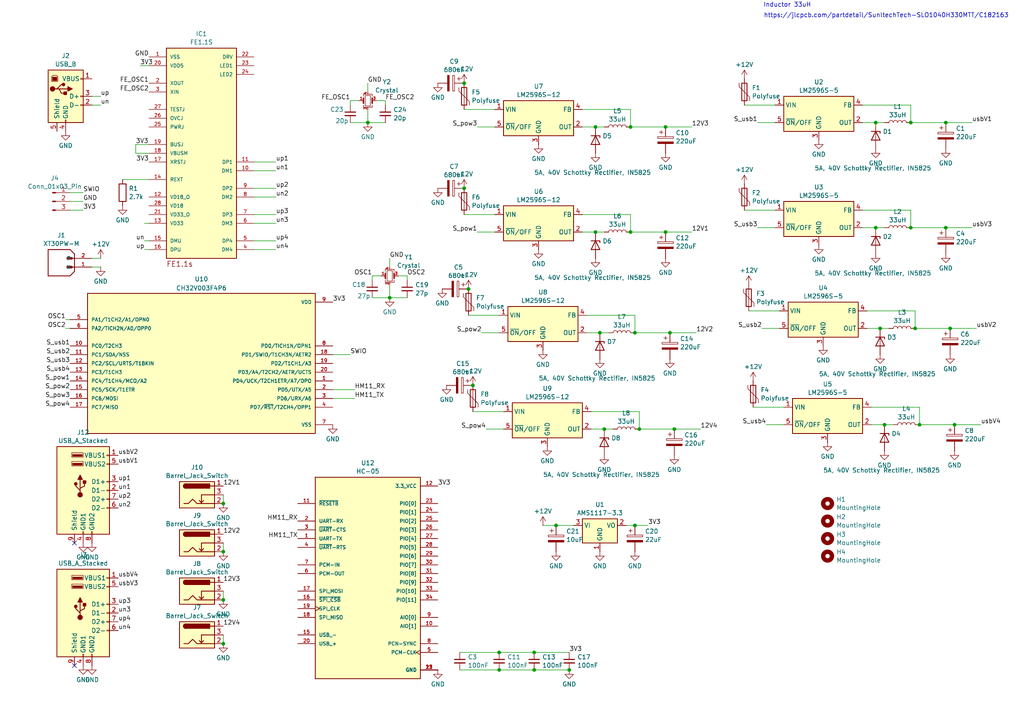
<source format=kicad_sch>
(kicad_sch (version 20231120) (generator "eeschema") (generator_version "8.0")
  (paper "A4")
  (junction (at 184.15 96.52))
  (junction (at 175.26 124.46))
  (junction (at 182.88 67.31))
  (junction (at 195.58 124.46))
  (junction (at 173.99 96.52))
  (junction (at 185.42 124.46))
  (junction (at 182.88 36.83))
  (junction (at 106.68 35.56))
  (junction (at 134.62 54.61))
  (junction (at 275.59 95.25))
  (junction (at 161.29 152.4))
  (junction (at 144.78 194.31))
  (junction (at 137.16 111.76))
  (junction (at 193.04 36.83))
  (junction (at 64.77 146.05))
  (junction (at 64.77 186.69))
  (junction (at 134.62 24.13))
  (junction (at 266.7 123.19))
  (junction (at 255.27 95.25))
  (junction (at 264.16 66.04))
  (junction (at 274.32 35.56))
  (junction (at 154.94 189.23))
  (junction (at 165.1 194.31))
  (junction (at 265.43 95.25))
  (junction (at 276.86 123.19))
  (junction (at 113.03 86.36))
  (junction (at 184.15 152.4))
  (junction (at 154.94 194.31))
  (junction (at 144.78 189.23))
  (junction (at 264.16 35.56))
  (junction (at 256.54 123.19))
  (junction (at 254 35.56))
  (junction (at 274.32 66.04))
  (junction (at 193.04 67.31))
  (junction (at 254 66.04))
  (junction (at 194.31 96.52))
  (junction (at 64.77 173.99))
  (junction (at 64.77 160.02))
  (junction (at 172.72 36.83))
  (junction (at 172.72 67.31))
  (junction (at 135.89 83.82))
  (no_connect (at 21.59 193.04))
  (no_connect (at 21.59 157.48))
  (wire (pts (xy 113.03 86.36) (xy 118.11 86.36)))
  (wire (pts (xy 26.67 30.48) (xy 29.21 30.48)))
  (wire (pts (xy 182.88 67.31) (xy 182.88 62.23)))
  (wire (pts (xy 172.72 67.31) (xy 168.91 67.31)))
  (wire (pts (xy 73.66 54.61) (xy 80.01 54.61)))
  (wire (pts (xy 138.43 67.31) (xy 143.51 67.31)))
  (wire (pts (xy 181.61 152.4) (xy 184.15 152.4)))
  (wire (pts (xy 73.66 49.53) (xy 80.01 49.53)))
  (wire (pts (xy 144.78 194.31) (xy 154.94 194.31)))
  (wire (pts (xy 274.32 35.56) (xy 281.94 35.56)))
  (wire (pts (xy 73.66 72.39) (xy 80.01 72.39)))
  (wire (pts (xy 73.66 69.85) (xy 80.01 69.85)))
  (wire (pts (xy 256.54 35.56) (xy 254 35.56)))
  (wire (pts (xy 64.77 184.15) (xy 64.77 186.69)))
  (wire (pts (xy 101.6 35.56) (xy 106.68 35.56)))
  (wire (pts (xy 172.72 36.83) (xy 168.91 36.83)))
  (wire (pts (xy 264.16 66.04) (xy 274.32 66.04)))
  (wire (pts (xy 264.16 35.56) (xy 274.32 35.56)))
  (wire (pts (xy 137.16 119.38) (xy 146.05 119.38)))
  (wire (pts (xy 64.77 171.45) (xy 64.77 173.99)))
  (wire (pts (xy 250.19 60.96) (xy 264.16 60.96)))
  (wire (pts (xy 276.86 123.19) (xy 284.48 123.19)))
  (wire (pts (xy 20.32 55.88) (xy 24.13 55.88)))
  (wire (pts (xy 254 35.56) (xy 250.19 35.56)))
  (wire (pts (xy 73.66 62.23) (xy 80.01 62.23)))
  (wire (pts (xy 154.94 194.31) (xy 165.1 194.31)))
  (wire (pts (xy 215.9 60.96) (xy 224.79 60.96)))
  (wire (pts (xy 73.66 46.99) (xy 80.01 46.99)))
  (wire (pts (xy 193.04 67.31) (xy 200.66 67.31)))
  (wire (pts (xy 193.04 36.83) (xy 200.66 36.83)))
  (wire (pts (xy 218.44 118.11) (xy 227.33 118.11)))
  (wire (pts (xy 184.15 96.52) (xy 184.15 91.44)))
  (wire (pts (xy 134.62 31.75) (xy 143.51 31.75)))
  (wire (pts (xy 256.54 123.19) (xy 252.73 123.19)))
  (wire (pts (xy 107.95 86.36) (xy 113.03 86.36)))
  (wire (pts (xy 184.15 96.52) (xy 194.31 96.52)))
  (wire (pts (xy 177.8 124.46) (xy 175.26 124.46)))
  (wire (pts (xy 106.68 24.13) (xy 106.68 26.67)))
  (wire (pts (xy 175.26 124.46) (xy 171.45 124.46)))
  (wire (pts (xy 140.97 124.46) (xy 146.05 124.46)))
  (wire (pts (xy 138.43 36.83) (xy 143.51 36.83)))
  (wire (pts (xy 19.05 95.25) (xy 20.32 95.25)))
  (wire (pts (xy 176.53 96.52) (xy 173.99 96.52)))
  (wire (pts (xy 161.29 152.4) (xy 166.37 152.4)))
  (wire (pts (xy 73.66 57.15) (xy 80.01 57.15)))
  (wire (pts (xy 185.42 124.46) (xy 195.58 124.46)))
  (wire (pts (xy 96.52 113.03) (xy 102.87 113.03)))
  (wire (pts (xy 185.42 124.46) (xy 185.42 119.38)))
  (wire (pts (xy 215.9 30.48) (xy 224.79 30.48)))
  (wire (pts (xy 139.7 96.52) (xy 144.78 96.52)))
  (wire (pts (xy 106.68 31.75) (xy 106.68 35.56)))
  (wire (pts (xy 264.16 66.04) (xy 264.16 60.96)))
  (wire (pts (xy 259.08 123.19) (xy 256.54 123.19)))
  (wire (pts (xy 264.16 35.56) (xy 264.16 30.48)))
  (wire (pts (xy 64.77 157.48) (xy 64.77 160.02)))
  (wire (pts (xy 40.64 19.05) (xy 43.18 19.05)))
  (wire (pts (xy 184.15 152.4) (xy 187.96 152.4)))
  (wire (pts (xy 39.37 41.91) (xy 39.37 44.45)))
  (wire (pts (xy 182.88 36.83) (xy 193.04 36.83)))
  (wire (pts (xy 254 66.04) (xy 250.19 66.04)))
  (wire (pts (xy 135.89 91.44) (xy 144.78 91.44)))
  (wire (pts (xy 96.52 102.87) (xy 101.6 102.87)))
  (wire (pts (xy 257.81 95.25) (xy 255.27 95.25)))
  (wire (pts (xy 118.11 80.01) (xy 118.11 81.28)))
  (wire (pts (xy 251.46 90.17) (xy 265.43 90.17)))
  (wire (pts (xy 220.98 95.25) (xy 226.06 95.25)))
  (wire (pts (xy 219.71 35.56) (xy 224.79 35.56)))
  (wire (pts (xy 144.78 189.23) (xy 154.94 189.23)))
  (wire (pts (xy 222.25 123.19) (xy 227.33 123.19)))
  (wire (pts (xy 26.67 77.47) (xy 29.21 77.47)))
  (wire (pts (xy 182.88 67.31) (xy 193.04 67.31)))
  (wire (pts (xy 252.73 118.11) (xy 266.7 118.11)))
  (wire (pts (xy 275.59 95.25) (xy 283.21 95.25)))
  (wire (pts (xy 41.91 69.85) (xy 43.18 69.85)))
  (wire (pts (xy 41.91 64.77) (xy 43.18 64.77)))
  (wire (pts (xy 250.19 30.48) (xy 264.16 30.48)))
  (wire (pts (xy 265.43 95.25) (xy 265.43 90.17)))
  (wire (pts (xy 194.31 96.52) (xy 201.93 96.52)))
  (wire (pts (xy 134.62 62.23) (xy 143.51 62.23)))
  (wire (pts (xy 39.37 41.91) (xy 43.18 41.91)))
  (wire (pts (xy 173.99 96.52) (xy 170.18 96.52)))
  (wire (pts (xy 266.7 123.19) (xy 266.7 118.11)))
  (wire (pts (xy 26.67 74.93) (xy 29.21 74.93)))
  (wire (pts (xy 265.43 95.25) (xy 275.59 95.25)))
  (wire (pts (xy 154.94 189.23) (xy 165.1 189.23)))
  (wire (pts (xy 157.48 152.4) (xy 161.29 152.4)))
  (wire (pts (xy 41.91 72.39) (xy 43.18 72.39)))
  (wire (pts (xy 106.68 35.56) (xy 111.76 35.56)))
  (wire (pts (xy 168.91 62.23) (xy 182.88 62.23)))
  (wire (pts (xy 20.32 60.96) (xy 24.13 60.96)))
  (wire (pts (xy 217.17 90.17) (xy 226.06 90.17)))
  (wire (pts (xy 39.37 44.45) (xy 43.18 44.45)))
  (wire (pts (xy 133.35 189.23) (xy 144.78 189.23)))
  (wire (pts (xy 256.54 66.04) (xy 254 66.04)))
  (wire (pts (xy 175.26 36.83) (xy 172.72 36.83)))
  (wire (pts (xy 170.18 91.44) (xy 184.15 91.44)))
  (wire (pts (xy 107.95 80.01) (xy 110.49 80.01)))
  (wire (pts (xy 96.52 115.57) (xy 102.87 115.57)))
  (wire (pts (xy 113.03 74.93) (xy 113.03 77.47)))
  (wire (pts (xy 133.35 194.31) (xy 144.78 194.31)))
  (wire (pts (xy 219.71 66.04) (xy 224.79 66.04)))
  (wire (pts (xy 111.76 29.21) (xy 111.76 30.48)))
  (wire (pts (xy 168.91 31.75) (xy 182.88 31.75)))
  (wire (pts (xy 19.05 92.71) (xy 20.32 92.71)))
  (wire (pts (xy 171.45 119.38) (xy 185.42 119.38)))
  (wire (pts (xy 20.32 58.42) (xy 24.13 58.42)))
  (wire (pts (xy 107.95 81.28) (xy 107.95 80.01)))
  (wire (pts (xy 113.03 82.55) (xy 113.03 86.36)))
  (wire (pts (xy 195.58 124.46) (xy 203.2 124.46)))
  (wire (pts (xy 175.26 67.31) (xy 172.72 67.31)))
  (wire (pts (xy 266.7 123.19) (xy 276.86 123.19)))
  (wire (pts (xy 255.27 95.25) (xy 251.46 95.25)))
  (wire (pts (xy 64.77 143.51) (xy 64.77 146.05)))
  (wire (pts (xy 26.67 27.94) (xy 29.21 27.94)))
  (wire (pts (xy 101.6 30.48) (xy 101.6 29.21)))
  (wire (pts (xy 274.32 66.04) (xy 281.94 66.04)))
  (wire (pts (xy 73.66 64.77) (xy 80.01 64.77)))
  (wire (pts (xy 182.88 36.83) (xy 182.88 31.75)))
  (wire (pts (xy 109.22 29.21) (xy 111.76 29.21)))
  (wire (pts (xy 115.57 80.01) (xy 118.11 80.01)))
  (wire (pts (xy 35.56 52.07) (xy 43.18 52.07)))
  (wire (pts (xy 101.6 29.21) (xy 104.14 29.21)))
  (text "Inductor 33uH\n" (at 228.346 1.524 0) (effects (font (size 1.27 1.27))))
  (text "https://jlcpcb.com/partdetail/Knscha-RST220UF25V019/C4747974" (at 254 -4.318 0) (effects (font (size 1.27 1.27))))
  (text "https://jlcpcb.com/partdetail/Bhfuse-BSMD2920_20016V/C910841" (at 135.636 -22.606 0) (effects (font (size 1.27 1.27))))
  (text "https://jlcpcb.com/partdetail/SunltechTech-SLO1040H330MTT/C182163" (at 257.048 4.572 0) (effects (font (size 1.27 1.27))))
  (text "Capacitor 680uF" (at 228.6 -16.51 0) (effects (font (size 1.27 1.27))))
  (text "BSMD2920-300-33V\n\nManufacturer\n    BHFUSE\n\nMFR.Part #\n    BSMD2920-300-33V\n\nJLCPCB Part #\n    C18203127" (at 22.352 225.806 0) (effects (font (size 1.27 1.27))))
  (text "BSMD1812-200-30V\n\nManufacturer\n    BHFUSE\n\nMFR.Part #\n    BSMD1812-200-30V\n\nJLCPCB Part #\n    C960026\n\nPackage\n    1812" (at 56.388 228.092 0) (effects (font (size 1.27 1.27))))
  (text "https://jlcpcb.com/partdetail/Twgmc-SS52/C727064" (at 246.888 -20.574 0) (effects (font (size 1.27 1.27))))
  (text "https://jlcpcb.com/partdetail/324082-LM2596S12/C347422" (at 28.956 -21.59 0) (effects (font (size 1.27 1.27))))
  (text "https://jlcpcb.com/partdetail/HTC_Korea_TAEJINTech-LM2596R_50/C77782" (at 35.56 -17.272 0) (effects (font (size 1.27 1.27))))
  (text "https://jlcpcb.com/partdetail/Dmbj-RVT1E681M1010_680UF25V/C976031" (at 256.794 -12.446 0) (effects (font (size 1.27 1.27))))
  (text "Rectifying diode " (at 228.092 -23.876 0) (effects (font (size 1.27 1.27))))
  (text "https://jlcpcb.com/partdetail/TechcodeSemicon-TD2596S50/C7525479" (at 33.782 -12.446 0) (effects (font (size 1.27 1.27))))
  (text "Capacitor 220uF" (at 228.092 -7.62 0) (effects (font (size 1.27 1.27))))
  (text "Resetable fuse" (at 109.728 -24.638 0) (effects (font (size 1.27 1.27))))
  (label "FE_OSC2" (at 43.18 26.67 180))
  (label "S_pow2" (at 20.32 113.03 180))
  (label "12V4" (at 64.77 181.61 0))
  (label "3V3" (at 43.18 46.99 180))
  (label "S_usb1" (at 219.71 35.56 180))
  (label "12V3" (at 64.77 168.91 0))
  (label "SWIO" (at 101.6 102.87 0))
  (label "GND" (at 43.18 16.51 180))
  (label "un3" (at 34.29 177.8 0))
  (label "S_usb1" (at 20.32 100.33 180))
  (label "usbV3" (at 281.94 66.04 0))
  (label "S_usb2" (at 20.32 102.87 180))
  (label "up3" (at 34.29 175.26 0))
  (label "un4" (at 34.29 182.88 0))
  (label "un2" (at 34.29 147.32 0))
  (label "up1" (at 34.29 139.7 0))
  (label "up3" (at 80.01 62.23 0))
  (label "FE_OSC1" (at 43.18 24.13 180))
  (label "S_usb3" (at 20.32 105.41 180))
  (label "usbV2" (at 34.29 132.08 0))
  (label "OSC1" (at 107.95 80.01 180))
  (label "usbV3" (at 34.29 170.18 0))
  (label "OSC2" (at 118.11 80.01 0))
  (label "up4" (at 34.29 180.34 0))
  (label "HM11_RX" (at 86.36 151.13 180))
  (label "S_usb4" (at 222.25 123.19 180))
  (label "GND" (at 113.03 74.93 0))
  (label "up1" (at 80.01 46.99 0))
  (label "SWIO" (at 24.13 55.88 0))
  (label "12V2" (at 64.77 154.94 0))
  (label "HM11_RX" (at 102.87 113.03 0))
  (label "un2" (at 80.01 57.15 0))
  (label "usbV2" (at 283.21 95.25 0))
  (label "3V3" (at 96.52 87.63 0))
  (label "FE_OSC1" (at 101.6 29.21 180))
  (label "HM11_TX" (at 102.87 115.57 0))
  (label "12V1" (at 200.66 67.31 0))
  (label "up4" (at 80.01 69.85 0))
  (label "S_usb4" (at 20.32 107.95 180))
  (label "usbV1" (at 34.29 134.62 0))
  (label "usbV4" (at 284.48 123.19 0))
  (label "un1" (at 80.01 49.53 0))
  (label "OSC2" (at 19.05 95.25 180))
  (label "S_pow3" (at 138.43 36.83 180))
  (label "3V3" (at 40.64 19.05 0))
  (label "S_pow4" (at 20.32 118.11 180))
  (label "S_pow2" (at 139.7 96.52 180))
  (label "GND" (at 106.68 24.13 0))
  (label "S_pow4" (at 140.97 124.46 180))
  (label "S_usb3" (at 219.71 66.04 180))
  (label "3V3" (at 24.13 60.96 0))
  (label "GND" (at 24.13 58.42 0))
  (label "usbV4" (at 34.29 167.64 0))
  (label "S_pow3" (at 20.32 115.57 180))
  (label "12V2" (at 201.93 96.52 0))
  (label "S_usb2" (at 220.98 95.25 180))
  (label "un4" (at 80.01 72.39 0))
  (label "up2" (at 34.29 144.78 0))
  (label "up" (at 29.21 27.94 0))
  (label "un" (at 41.91 69.85 180))
  (label "un" (at 29.21 30.48 0))
  (label "3V3" (at 39.37 41.91 0))
  (label "un3" (at 80.01 64.77 0))
  (label "3V3" (at 127 140.97 0))
  (label "12V4" (at 203.2 124.46 0))
  (label "usbV1" (at 281.94 35.56 0))
  (label "12V1" (at 64.77 140.97 0))
  (label "OSC1" (at 19.05 92.71 180))
  (label "12V3" (at 200.66 36.83 0))
  (label "FE_OSC2" (at 111.76 29.21 0))
  (label "up" (at 41.91 72.39 180))
  (label "S_pow1" (at 20.32 110.49 180))
  (label "up2" (at 80.01 54.61 0))
  (label "HM11_TX" (at 86.36 156.21 180))
  (label "3V3" (at 187.96 152.4 0))
  (label "S_pow1" (at 138.43 67.31 180))
  (label "3V3" (at 165.1 189.23 0))
  (label "un1" (at 34.29 142.24 0))
  (symbol (lib_id "Device:C_Small") (at 107.95 83.82 0) (unit 1)
    (property "Reference" "C18" (at 102.108 82.55 0) (effects (justify left)))
    (property "Value" "27p" (at 103.632 85.852 0) (effects (justify left)))
    (property "Footprint" "Capacitor_SMD:C_0805_2012Metric" (effects (hide yes)))
    (property "Description" "Unpolarized capacitor, small symbol" (effects (hide yes)))
  )
  (symbol (lib_id "Device:L") (at 179.07 36.83 90) (unit 1)
    (property "Reference" "L5" (at 179.07 32.1802 90))
    (property "Value" "33uH" (at 179.07 34.6045 90))
    (property "Footprint" "Inductor_SMD:L_10.4x10.4_H4.8" (effects (hide yes)))
    (property "Description" "Inductor" (effects (hide yes)))
  )
  (symbol (lib_id "FE1.1S:FE1.1S") (at 58.42 44.45 0) (unit 1)
    (property "Reference" "IC1" (at 58.42 9.8255 0))
    (property "Value" "FE1.1S" (at 58.42 12.2498 0))
    (property "Footprint" "fe_usb:FE1.1S_SSOP-28" (effects (hide yes)))
    (property "MF" "terminus" (effects (hide yes)))
    (property "Description_1" "\nUSB 2.0 HIGH SPEED 4-PORT HUB CONTROLLER\n" (effects (hide yes)))
    (property "Package" "None" (effects (hide yes)))
    (property "Price" "None" (effects (hide yes)))
    (property "SnapEDA_Link" "https://www.snapeda.com/parts/FE1.1S/Terminus-Tech/view-part/?ref=snap" (effects (hide yes)))
    (property "MP" "FE1.1S" (effects (hide yes)))
    (property "Availability" "In Stock" (effects (hide yes)))
    (property "Check_prices" "https://www.snapeda.com/parts/FE1.1S/Terminus-Tech/view-part/?ref=eda" (effects (hide yes)))
  )
  (symbol (lib_id "Device:C_Small") (at 154.94 191.77 0) (unit 1)
    (property "Reference" "C13" (at 157.2641 190.5641 0) (effects (justify left)))
    (property "Value" "100nF" (at 157.2641 192.9884 0) (effects (justify left)))
    (property "Footprint" "Capacitor_SMD:C_0805_2012Metric" (effects (hide yes)))
    (property "Description" "Unpolarized capacitor, small symbol" (effects (hide yes)))
  )
  (symbol (lib_id "power:GND") (at 184.15 160.02 0) (unit 1)
    (property "Reference" "#PWR050" (effects (hide yes)))
    (property "Value" "GND" (at 184.15 164.1531 0))
    (property "Description" "Power symbol creates a global label with name \"GND\" , ground" (effects (hide yes)))
  )
  (symbol (lib_id "Connector:Conn_01x03_Pin") (at 15.24 58.42 0) (unit 1)
    (property "Reference" "J4" (at 15.875 51.6593 0))
    (property "Value" "Conn_01x03_Pin" (at 15.875 54.0836 0))
    (property "Footprint" "Connector_PinHeader_2.54mm:PinHeader_1x03_P2.54mm_Vertical" (effects (hide yes)))
    (property "Description" "Generic connector, single row, 01x03, script generated" (effects (hide yes)))
  )
  (symbol (lib_id "Regulator_Switching:LM2596S-5") (at 237.49 33.02 0) (unit 1)
    (property "Reference" "U2" (at 237.49 23.7955 0))
    (property "Value" "LM2596S-5" (at 237.49 26.2198 0))
    (property "Footprint" "Package_TO_SOT_SMD:TO-263-5_TabPin3" (effects (hide yes)))
    (property "Datasheet" "http://www.ti.com/lit/ds/symlink/lm2596.pdf" (effects (hide yes)))
    (property "Description" "5V 3A Step-Down Voltage Regulator, TO-263" (effects (hide yes)))
  )
  (symbol (lib_id "Device:D_Zener") (at 172.72 71.12 270) (unit 1)
    (property "Reference" "D6" (at 174.752 69.9078 90) (effects (justify left)))
    (property "Value" "5A, 40V Schottky Rectifier, IN5825" (at 154.94 80.518 90) (effects (justify left)))
    (property "Footprint" "Diode_SMD:D_SMA" (effects (hide yes)))
    (property "Description" "Zener diode" (effects (hide yes)))
  )
  (symbol (lib_id "power:GND") (at 24.13 157.48 0) (unit 1)
    (property "Reference" "#PWR09" (effects (hide yes)))
    (property "Value" "GND" (at 24.13 161.6131 0))
    (property "Description" "Power symbol creates a global label with name \"GND\" , ground" (effects (hide yes)))
  )
  (symbol (lib_id "power:GND") (at 64.77 160.02 0) (unit 1)
    (property "Reference" "#PWR052" (effects (hide yes)))
    (property "Value" "GND" (at 64.77 164.1531 0))
    (property "Description" "Power symbol creates a global label with name \"GND\" , ground" (effects (hide yes)))
  )
  (symbol (lib_id "power:GND") (at 274.32 73.66 0) (unit 1)
    (property "Reference" "#PWR012" (effects (hide yes)))
    (property "Value" "GND" (at 274.32 77.7931 0))
    (property "Description" "Power symbol creates a global label with name \"GND\" , ground" (effects (hide yes)))
  )
  (symbol (lib_id "power:+12V") (at 137.16 111.76 0) (unit 1)
    (property "Reference" "#PWR038" (effects (hide yes)))
    (property "Value" "+12V" (at 137.16 107.6269 0))
    (property "Description" "Power symbol creates a global label with name \"+12V\"" (effects (hide yes)))
  )
  (symbol (lib_id "Regulator_Switching:LM2596S-12") (at 157.48 93.98 0) (unit 1)
    (property "Reference" "U8" (at 157.48 84.7555 0))
    (property "Value" "LM2596S-12" (at 157.48 87.1798 0))
    (property "Footprint" "Package_TO_SOT_SMD:TO-263-5_TabPin3" (effects (hide yes)))
    (property "Datasheet" "http://www.ti.com/lit/ds/symlink/lm2596.pdf" (effects (hide yes)))
    (property "Description" "12V 3A Step-Down Voltage Regulator, TO-263" (effects (hide yes)))
  )
  (symbol (lib_id "Device:Polyfuse") (at 215.9 57.15 0) (unit 1)
    (property "Reference" "F2" (at 218.059 55.9378 0) (effects (justify left)))
    (property "Value" "Polyfuse" (at 218.059 58.3621 0) (effects (justify left)))
    (property "Footprint" "Fuse:Fuse_1812_4532Metric" (effects (hide yes)))
    (property "Description" "Resettable fuse, polymeric positive temperature coefficient" (effects (hide yes)))
  )
  (symbol (lib_id "HC-05:HC-05") (at 106.68 168.91 0) (unit 1)
    (property "Reference" "U12" (at 106.68 134.2855 0))
    (property "Value" "HC-05" (at 106.68 136.7098 0))
    (property "Footprint" "hc5:XCVR_HC-05" (effects (hide yes)))
    (property "MF" "ITead Studio" (effects (hide yes)))
    (property "Description_1" "\nBluetooth to Serial Port Module\n" (effects (hide yes)))
    (property "Package" "Module ITead Studio" (effects (hide yes)))
    (property "Price" "None" (effects (hide yes)))
    (property "STANDARD" "Manufacturer Recommendations" (effects (hide yes)))
    (property "PARTREV" "v1.0" (effects (hide yes)))
    (property "SnapEDA_Link" "https://www.snapeda.com/parts/HC-05/ITead+Studio/view-part/?ref=snap" (effects (hide yes)))
    (property "MP" "HC-05" (effects (hide yes)))
    (property "Availability" "Not in stock" (effects (hide yes)))
    (property "Check_prices" "https://www.snapeda.com/parts/HC-05/ITead+Studio/view-part/?ref=eda" (effects (hide yes)))
  )
  (symbol (lib_id "Device:C_Polarized") (at 194.31 100.33 0) (unit 1)
    (property "Reference" "C14" (at 197.231 98.2288 0) (effects (justify left)))
    (property "Value" "220uF" (at 197.231 100.6531 0) (effects (justify left)))
    (property "Footprint" "Capacitor_SMD:CP_Elec_6.3x7.7" (effects (hide yes)))
    (property "Description" "Polarized capacitor" (effects (hide yes)))
  )
  (symbol (lib_id "Regulator_Switching:LM2596S-12") (at 158.75 121.92 0) (unit 1)
    (property "Reference" "U9" (at 158.75 112.6955 0))
    (property "Value" "LM2596S-12" (at 158.75 115.1198 0))
    (property "Footprint" "Package_TO_SOT_SMD:TO-263-5_TabPin3" (effects (hide yes)))
    (property "Datasheet" "http://www.ti.com/lit/ds/symlink/lm2596.pdf" (effects (hide yes)))
    (property "Description" "12V 3A Step-Down Voltage Regulator, TO-263" (effects (hide yes)))
  )
  (symbol (lib_id "Device:Polyfuse") (at 215.9 26.67 0) (unit 1)
    (property "Reference" "F1" (at 218.059 25.4578 0) (effects (justify left)))
    (property "Value" "Polyfuse" (at 218.059 27.8821 0) (effects (justify left)))
    (property "Footprint" "Fuse:Fuse_1812_4532Metric" (effects (hide yes)))
    (property "Description" "Resettable fuse, polymeric positive temperature coefficient" (effects (hide yes)))
  )
  (symbol (lib_id "power:GND") (at 237.49 40.64 0) (unit 1)
    (property "Reference" "#PWR04" (effects (hide yes)))
    (property "Value" "GND" (at 237.49 44.7731 0))
    (property "Description" "Power symbol creates a global label with name \"GND\" , ground" (effects (hide yes)))
  )
  (symbol (lib_id "power:+12V") (at 217.17 82.55 0) (unit 1)
    (property "Reference" "#PWR013" (effects (hide yes)))
    (property "Value" "+12V" (at 217.17 78.4169 0))
    (property "Description" "Power symbol creates a global label with name \"+12V\"" (effects (hide yes)))
  )
  (symbol (lib_id "power:GND") (at 96.52 123.19 0) (unit 1)
    (property "Reference" "#PWR059" (effects (hide yes)))
    (property "Value" "GND" (at 96.52 127.3231 0))
    (property "Description" "Power symbol creates a global label with name \"GND\" , ground" (effects (hide yes)))
  )
  (symbol (lib_id "Connector:USB_A_Stacked") (at 24.13 177.8 0) (unit 1)
    (property "Reference" "J3" (at 24.13 160.9555 0))
    (property "Value" "USB_A_Stacked" (at 24.13 163.3798 0))
    (property "Footprint" "Connector_USB:USB_A_CUI_UJ2-ADH-TH_Horizontal_Stacked" (effects (hide yes)))
    (property "Description" "USB Type A connector, stacked" (effects (hide yes)))
  )
  (symbol (lib_id "Mechanical:MountingHole") (at 240.03 156.21 0) (unit 1) (exclude_from_sim yes) (in_bom no)
    (property "Reference" "H3" (at 242.57 154.9978 0) (effects (justify left)))
    (property "Value" "MountingHole" (at 242.57 157.4221 0) (effects (justify left)))
    (property "Footprint" "MountingHole:MountingHole_3.2mm_M3" (effects (hide yes)))
    (property "Description" "Mounting Hole without connection" (effects (hide yes)))
  )
  (symbol (lib_id "Connector:Barrel_Jack_Switch") (at 57.15 184.15 0) (unit 1)
    (property "Reference" "J7" (at 57.15 176.1955 0))
    (property "Value" "Barrel_Jack_Switch" (at 57.15 178.6198 0))
    (property "Footprint" "Connector_BarrelJack:BarrelJack_Horizontal" (effects (hide yes)))
    (property "Description" "DC Barrel Jack with an internal switch" (effects (hide yes)))
  )
  (symbol (lib_id "Device:C_Small") (at 111.76 33.02 0) (unit 1)
    (property "Reference" "C24" (at 114.0841 31.8141 0) (effects (justify left)))
    (property "Value" "20p" (at 114.0841 34.2384 0) (effects (justify left)))
    (property "Footprint" "Capacitor_SMD:C_0805_2012Metric" (effects (hide yes)))
    (property "Description" "Unpolarized capacitor, small symbol" (effects (hide yes)))
  )
  (symbol (lib_id "Device:L") (at 181.61 124.46 90) (unit 1)
    (property "Reference" "L8" (at 181.61 119.8102 90))
    (property "Value" "33uH" (at 181.61 122.2345 90))
    (property "Footprint" "Inductor_SMD:L_10.4x10.4_H4.8" (effects (hide yes)))
    (property "Description" "Inductor" (effects (hide yes)))
  )
  (symbol (lib_id "power:GND") (at 24.13 193.04 0) (unit 1)
    (property "Reference" "#PWR034" (effects (hide yes)))
    (property "Value" "GND" (at 24.13 197.1731 0))
    (property "Description" "Power symbol creates a global label with name \"GND\" , ground" (effects (hide yes)))
  )
  (symbol (lib_id "power:GND") (at 156.21 41.91 0) (unit 1)
    (property "Reference" "#PWR025" (effects (hide yes)))
    (property "Value" "GND" (at 156.21 46.0431 0))
    (property "Description" "Power symbol creates a global label with name \"GND\" , ground" (effects (hide yes)))
  )
  (symbol (lib_id "power:GND") (at 193.04 74.93 0) (unit 1)
    (property "Reference" "#PWR032" (effects (hide yes)))
    (property "Value" "GND" (at 193.04 79.0631 0))
    (property "Description" "Power symbol creates a global label with name \"GND\" , ground" (effects (hide yes)))
  )
  (symbol (lib_id "Connector:USB_B") (at 19.05 27.94 0) (unit 1)
    (property "Reference" "J2" (at 19.05 16.1755 0))
    (property "Value" "USB_B" (at 19.05 18.5998 0))
    (property "Footprint" "Connector_USB:USB_B_OST_USB-B1HSxx_Horizontal" (effects (hide yes)))
    (property "Description" "USB Type B connector" (effects (hide yes)))
  )
  (symbol (lib_id "Connector:Barrel_Jack_Switch") (at 57.15 143.51 0) (unit 1)
    (property "Reference" "J10" (at 57.15 135.5555 0))
    (property "Value" "Barrel_Jack_Switch" (at 57.15 137.9798 0))
    (property "Footprint" "Connector_BarrelJack:BarrelJack_Horizontal" (effects (hide yes)))
    (property "Description" "DC Barrel Jack with an internal switch" (effects (hide yes)))
  )
  (symbol (lib_id "Device:L") (at 260.35 66.04 90) (unit 1)
    (property "Reference" "L2" (at 260.35 61.3902 90))
    (property "Value" "33uH" (at 260.35 63.8145 90))
    (property "Footprint" "Inductor_SMD:L_10.4x10.4_H4.8" (effects (hide yes)))
    (property "Description" "Inductor" (effects (hide yes)))
  )
  (symbol (lib_id "Device:L") (at 180.34 96.52 90) (unit 1)
    (property "Reference" "L7" (at 180.34 91.8702 90))
    (property "Value" "33uH" (at 180.34 94.2945 90))
    (property "Footprint" "Inductor_SMD:L_10.4x10.4_H4.8" (effects (hide yes)))
    (property "Description" "Inductor" (effects (hide yes)))
  )
  (symbol (lib_id "Regulator_Switching:LM2596S-5") (at 240.03 120.65 0) (unit 1)
    (property "Reference" "U5" (at 240.03 111.4255 0))
    (property "Value" "LM2596S-5" (at 240.03 113.8498 0))
    (property "Footprint" "Package_TO_SOT_SMD:TO-263-5_TabPin3" (effects (hide yes)))
    (property "Datasheet" "http://www.ti.com/lit/ds/symlink/lm2596.pdf" (effects (hide yes)))
    (property "Description" "5V 3A Step-Down Voltage Regulator, TO-263" (effects (hide yes)))
  )
  (symbol (lib_id "Connector:Barrel_Jack_Switch") (at 57.15 157.48 0) (unit 1)
    (property "Reference" "J9" (at 57.15 149.5255 0))
    (property "Value" "Barrel_Jack_Switch" (at 57.15 151.9498 0))
    (property "Footprint" "Connector_BarrelJack:BarrelJack_Horizontal" (effects (hide yes)))
    (property "Description" "DC Barrel Jack with an internal switch" (effects (hide yes)))
  )
  (symbol (lib_id "power:GND") (at 128.27 83.82 0) (unit 1)
    (property "Reference" "#PWR014" (effects (hide yes)))
    (property "Value" "GND" (at 128.27 87.9531 0))
    (property "Description" "Power symbol creates a global label with name \"GND\" , ground" (effects (hide yes)))
  )
  (symbol (lib_id "power:GND") (at 172.72 44.45 0) (unit 1)
    (property "Reference" "#PWR026" (effects (hide yes)))
    (property "Value" "GND" (at 172.72 48.5831 0))
    (property "Description" "Power symbol creates a global label with name \"GND\" , ground" (effects (hide yes)))
  )
  (symbol (lib_id "Device:C_Polarized") (at 276.86 127 0) (unit 1)
    (property "Reference" "C8" (at 279.781 124.8988 0) (effects (justify left)))
    (property "Value" "220uF" (at 279.781 127.3231 0) (effects (justify left)))
    (property "Footprint" "Capacitor_SMD:CP_Elec_6.3x7.7" (effects (hide yes)))
    (property "Description" "Polarized capacitor" (effects (hide yes)))
  )
  (symbol (lib_id "power:GND") (at 157.48 101.6 0) (unit 1)
    (property "Reference" "#PWR035" (effects (hide yes)))
    (property "Value" "GND" (at 157.48 105.7331 0))
    (property "Description" "Power symbol creates a global label with name \"GND\" , ground" (effects (hide yes)))
  )
  (symbol (lib_id "power:+12V") (at 135.89 83.82 0) (unit 1)
    (property "Reference" "#PWR033" (effects (hide yes)))
    (property "Value" "+12V" (at 135.89 79.6869 0))
    (property "Description" "Power symbol creates a global label with name \"+12V\"" (effects (hide yes)))
  )
  (symbol (lib_id "power:+12V") (at 157.48 152.4 0) (unit 1)
    (property "Reference" "#PWR057" (effects (hide yes)))
    (property "Value" "+12V" (at 157.48 148.2669 0))
    (property "Description" "Power symbol creates a global label with name \"+12V\"" (effects (hide yes)))
  )
  (symbol (lib_id "power:GND") (at 172.72 74.93 0) (unit 1)
    (property "Reference" "#PWR031" (effects (hide yes)))
    (property "Value" "GND" (at 172.72 79.0631 0))
    (property "Description" "Power symbol creates a global label with name \"GND\" , ground" (effects (hide yes)))
  )
  (symbol (lib_id "power:+12V") (at 134.62 54.61 0) (unit 1)
    (property "Reference" "#PWR028" (effects (hide yes)))
    (property "Value" "+12V" (at 134.62 50.4769 0))
    (property "Description" "Power symbol creates a global label with name \"+12V\"" (effects (hide yes)))
  )
  (symbol (lib_id "Regulator_Switching:LM2596S-12") (at 156.21 34.29 0) (unit 1)
    (property "Reference" "U7" (at 156.21 25.0655 0))
    (property "Value" "LM2596S-12" (at 156.21 27.4898 0))
    (property "Footprint" "Package_TO_SOT_SMD:TO-263-5_TabPin3" (effects (hide yes)))
    (property "Datasheet" "http://www.ti.com/lit/ds/symlink/lm2596.pdf" (effects (hide yes)))
    (property "Description" "12V 3A Step-Down Voltage Regulator, TO-263" (effects (hide yes)))
  )
  (symbol (lib_id "power:GND") (at 127 54.61 0) (unit 1)
    (property "Reference" "#PWR019" (effects (hide yes)))
    (property "Value" "GND" (at 127 58.7431 0))
    (property "Description" "Power symbol creates a global label with name \"GND\" , ground" (effects (hide yes)))
  )
  (symbol (lib_id "Connector:Barrel_Jack_Switch") (at 57.15 171.45 0) (unit 1)
    (property "Reference" "J8" (at 57.15 163.4955 0))
    (property "Value" "Barrel_Jack_Switch" (at 57.15 165.9198 0))
    (property "Footprint" "Connector_BarrelJack:BarrelJack_Horizontal" (effects (hide yes)))
    (property "Description" "DC Barrel Jack with an internal switch" (effects (hide yes)))
  )
  (symbol (lib_id "power:GND") (at 237.49 71.12 0) (unit 1)
    (property "Reference" "#PWR010" (effects (hide yes)))
    (property "Value" "GND" (at 237.49 75.2531 0))
    (property "Description" "Power symbol creates a global label with name \"GND\" , ground" (effects (hide yes)))
  )
  (symbol (lib_id "power:GND") (at 113.03 86.36 0) (unit 1)
    (property "Reference" "#PWR054" (effects (hide yes)))
    (property "Value" "GND" (at 113.03 90.4931 0))
    (property "Description" "Power symbol creates a global label with name \"GND\" , ground" (effects (hide yes)))
  )
  (symbol (lib_id "Device:D_Zener") (at 172.72 40.64 270) (unit 1)
    (property "Reference" "D5" (at 174.752 39.4278 90) (effects (justify left)))
    (property "Value" "5A, 40V Schottky Rectifier, IN5825" (at 154.94 50.038 90) (effects (justify left)))
    (property "Footprint" "Diode_SMD:D_SMA" (effects (hide yes)))
    (property "Description" "Zener diode" (effects (hide yes)))
  )
  (symbol (lib_id "power:GND") (at 64.77 173.99 0) (unit 1)
    (property "Reference" "#PWR045" (effects (hide yes)))
    (property "Value" "GND" (at 64.77 178.1231 0))
    (property "Description" "Power symbol creates a global label with name \"GND\" , ground" (effects (hide yes)))
  )
  (symbol (lib_id "power:GND") (at 175.26 132.08 0) (unit 1)
    (property "Reference" "#PWR041" (effects (hide yes)))
    (property "Value" "GND" (at 175.26 136.2131 0))
    (property "Description" "Power symbol creates a global label with name \"GND\" , ground" (effects (hide yes)))
  )
  (symbol (lib_id "Device:C_Polarized") (at 193.04 40.64 0) (unit 1)
    (property "Reference" "C10" (at 195.961 38.5388 0) (effects (justify left)))
    (property "Value" "220uF" (at 195.961 40.9631 0) (effects (justify left)))
    (property "Footprint" "Capacitor_SMD:CP_Elec_6.3x7.7" (effects (hide yes)))
    (property "Description" "Polarized capacitor" (effects (hide yes)))
  )
  (symbol (lib_id "Device:C_Polarized") (at 195.58 128.27 0) (unit 1)
    (property "Reference" "C16" (at 198.501 126.1688 0) (effects (justify left)))
    (property "Value" "220uF" (at 198.501 128.5931 0) (effects (justify left)))
    (property "Footprint" "Capacitor_SMD:CP_Elec_6.3x7.7" (effects (hide yes)))
    (property "Description" "Polarized capacitor" (effects (hide yes)))
  )
  (symbol (lib_id "power:GND") (at 274.32 43.18 0) (unit 1)
    (property "Reference" "#PWR06" (effects (hide yes)))
    (property "Value" "GND" (at 274.32 47.3131 0))
    (property "Description" "Power symbol creates a global label with name \"GND\" , ground" (effects (hide yes)))
  )
  (symbol (lib_id "power:+12V") (at 134.62 24.13 0) (unit 1)
    (property "Reference" "#PWR023" (effects (hide yes)))
    (property "Value" "+12V" (at 134.62 19.9969 0))
    (property "Description" "Power symbol creates a global label with name \"+12V\"" (effects (hide yes)))
  )
  (symbol (lib_id "Device:C_Polarized") (at 184.15 156.21 0) (unit 1)
    (property "Reference" "C20" (at 187.071 154.1088 0) (effects (justify left)))
    (property "Value" "22uF" (at 187.071 156.5331 0) (effects (justify left)))
    (property "Footprint" "Capacitor_SMD:CP_Elec_4x4.5" (effects (hide yes)))
    (property "Description" "Polarized capacitor" (effects (hide yes)))
  )
  (symbol (lib_id "power:GND") (at 238.76 100.33 0) (unit 1)
    (property "Reference" "#PWR015" (effects (hide yes)))
    (property "Value" "GND" (at 238.76 104.4631 0))
    (property "Description" "Power symbol creates a global label with name \"GND\" , ground" (effects (hide yes)))
  )
  (symbol (lib_id "Device:C_Polarized") (at 275.59 99.06 0) (unit 1)
    (property "Reference" "C6" (at 278.511 96.9588 0) (effects (justify left)))
    (property "Value" "220uF" (at 278.511 99.3831 0) (effects (justify left)))
    (property "Footprint" "Capacitor_SMD:CP_Elec_6.3x7.7" (effects (hide yes)))
    (property "Description" "Polarized capacitor" (effects (hide yes)))
  )
  (symbol (lib_id "Device:D_Zener") (at 255.27 99.06 270) (unit 1)
    (property "Reference" "D3" (at 257.302 97.8478 90) (effects (justify left)))
    (property "Value" "5A, 40V Schottky Rectifier, IN5825" (at 237.49 108.458 90) (effects (justify left)))
    (property "Footprint" "Diode_SMD:D_SMA" (effects (hide yes)))
    (property "Description" "Zener diode" (effects (hide yes)))
  )
  (symbol (lib_id "Connector:USB_A_Stacked") (at 24.13 142.24 0) (unit 1)
    (property "Reference" "J12" (at 24.13 125.3955 0))
    (property "Value" "USB_A_Stacked" (at 24.13 127.8198 0))
    (property "Footprint" "Connector_USB:USB_A_CUI_UJ2-ADH-TH_Horizontal_Stacked" (effects (hide yes)))
    (property "Description" "USB Type A connector, stacked" (effects (hide yes)))
  )
  (symbol (lib_id "power:GND") (at 158.75 129.54 0) (unit 1)
    (property "Reference" "#PWR040" (effects (hide yes)))
    (property "Value" "GND" (at 158.75 133.6731 0))
    (property "Description" "Power symbol creates a global label with name \"GND\" , ground" (effects (hide yes)))
  )
  (symbol (lib_id "Regulator_Switching:LM2596S-5") (at 237.49 63.5 0) (unit 1)
    (property "Reference" "U3" (at 237.49 54.2755 0))
    (property "Value" "LM2596S-5" (at 237.49 56.6998 0))
    (property "Footprint" "Package_TO_SOT_SMD:TO-263-5_TabPin3" (effects (hide yes)))
    (property "Datasheet" "http://www.ti.com/lit/ds/symlink/lm2596.pdf" (effects (hide yes)))
    (property "Description" "5V 3A Step-Down Voltage Regulator, TO-263" (effects (hide yes)))
  )
  (symbol (lib_id "Device:C_Polarized") (at 274.32 39.37 0) (unit 1)
    (property "Reference" "C1" (at 277.241 37.2688 0) (effects (justify left)))
    (property "Value" "220uF" (at 277.241 39.6931 0) (effects (justify left)))
    (property "Footprint" "Capacitor_SMD:CP_Elec_6.3x7.7" (effects (hide yes)))
    (property "Description" "Polarized capacitor" (effects (hide yes)))
  )
  (symbol (lib_id "power:GND") (at 127 194.31 0) (unit 1)
    (property "Reference" "#PWR046" (effects (hide yes)))
    (property "Value" "GND" (at 127 198.4431 0))
    (property "Description" "Power symbol creates a global label with name \"GND\" , ground" (effects (hide yes)))
  )
  (symbol (lib_id "power:+12V") (at 218.44 110.49 0) (unit 1)
    (property "Reference" "#PWR018" (effects (hide yes)))
    (property "Value" "+12V" (at 218.44 106.3569 0))
    (property "Description" "Power symbol creates a global label with name \"+12V\"" (effects (hide yes)))
  )
  (symbol (lib_id "power:+12V") (at 215.9 53.34 0) (unit 1)
    (property "Reference" "#PWR08" (effects (hide yes)))
    (property "Value" "+12V" (at 215.9 49.2069 0))
    (property "Description" "Power symbol creates a global label with name \"+12V\"" (effects (hide yes)))
  )
  (symbol (lib_id "power:GND") (at 165.1 194.31 0) (unit 1)
    (property "Reference" "#PWR053" (effects (hide yes)))
    (property "Value" "GND" (at 165.1 198.4431 0))
    (property "Description" "Power symbol creates a global label with name \"GND\" , ground" (effects (hide yes)))
  )
  (symbol (lib_id "XT30PW-M:XT30PW-M") (at 21.59 74.93 0) (unit 1)
    (property "Reference" "J1" (at 17.78 68.2455 0))
    (property "Value" "XT30PW-M" (at 17.78 70.6698 0))
    (property "Footprint" "Connector_AMASS:AMASS_XT30PW-M_1x02_P2.50mm_Horizontal" (effects (hide yes)))
    (property "MF" "AMASS" (effects (hide yes)))
    (property "MAXIMUM_PACKAGE_HEIGHT" "5 mm" (effects (hide yes)))
    (property "Package" "None" (effects (hide yes)))
    (property "Price" "None" (effects (hide yes)))
    (property "Check_prices" "https://www.snapeda.com/parts/XT30PW-M/AMASS/view-part/?ref=eda" (effects (hide yes)))
    (property "STANDARD" "Manufacturer Recommendations" (effects (hide yes)))
    (property "PARTREV" "1.2" (effects (hide yes)))
    (property "SnapEDA_Link" "https://www.snapeda.com/parts/XT30PW-M/AMASS/view-part/?ref=snap" (effects (hide yes)))
    (property "MP" "XT30PW-M" (effects (hide yes)))
    (property "Description_1" "\nSocket; DC supply; XT30; male; PIN: 2; on PCBs; THT; Colour: yellow\n" (effects (hide yes)))
    (property "MANUFACTURER" "Amass" (effects (hide yes)))
    (property "Availability" "Not in stock" (effects (hide yes)))
    (property "SNAPEDA_PN" "XT30PW-M" (effects (hide yes)))
  )
  (symbol (lib_id "power:GND") (at 194.31 104.14 0) (unit 1)
    (property "Reference" "#PWR037" (effects (hide yes)))
    (property "Value" "GND" (at 194.31 108.2731 0))
    (property "Description" "Power symbol creates a global label with name \"GND\" , ground" (effects (hide yes)))
  )
  (symbol (lib_id "Device:C_Polarized") (at 161.29 156.21 0) (unit 1)
    (property "Reference" "C21" (at 164.211 154.1088 0) (effects (justify left)))
    (property "Value" "10uF" (at 164.211 156.5331 0) (effects (justify left)))
    (property "Footprint" "Capacitor_SMD:CP_Elec_4x4.5" (effects (hide yes)))
    (property "Description" "Polarized capacitor" (effects (hide yes)))
  )
  (symbol (lib_id "Mechanical:MountingHole") (at 240.03 161.29 0) (unit 1) (exclude_from_sim yes) (in_bom no)
    (property "Reference" "H4" (at 242.57 160.0778 0) (effects (justify left)))
    (property "Value" "MountingHole" (at 242.57 162.5021 0) (effects (justify left)))
    (property "Footprint" "MountingHole:MountingHole_3.2mm_M3" (effects (hide yes)))
    (property "Description" "Mounting Hole without connection" (effects (hide yes)))
  )
  (symbol (lib_id "Mechanical:MountingHole") (at 240.03 146.05 0) (unit 1) (exclude_from_sim yes) (in_bom no)
    (property "Reference" "H1" (at 242.57 144.8378 0) (effects (justify left)))
    (property "Value" "MountingHole" (at 242.57 147.2621 0) (effects (justify left)))
    (property "Footprint" "MountingHole:MountingHole_3.2mm_M3" (effects (hide yes)))
    (property "Description" "Mounting Hole without connection" (effects (hide yes)))
  )
  (symbol (lib_id "Device:Polyfuse") (at 135.89 87.63 0) (unit 1)
    (property "Reference" "F7" (at 138.049 86.4178 0) (effects (justify left)))
    (property "Value" "Polyfuse" (at 138.049 88.8421 0) (effects (justify left)))
    (property "Footprint" "Fuse:Fuse_2920_7451Metric" (effects (hide yes)))
    (property "Description" "Resettable fuse, polymeric positive temperature coefficient" (effects (hide yes)))
  )
  (symbol (lib_id "power:GND") (at 173.99 160.02 0) (unit 1)
    (property "Reference" "#PWR049" (effects (hide yes)))
    (property "Value" "GND" (at 173.99 164.1531 0))
    (property "Description" "Power symbol creates a global label with name \"GND\" , ground" (effects (hide yes)))
  )
  (symbol (lib_id "Device:C_Polarized") (at 193.04 71.12 0) (unit 1)
    (property "Reference" "C12" (at 195.961 69.0188 0) (effects (justify left)))
    (property "Value" "220uF" (at 195.961 71.4431 0) (effects (justify left)))
    (property "Footprint" "Capacitor_SMD:CP_Elec_6.3x7.7" (effects (hide yes)))
    (property "Description" "Polarized capacitor" (effects (hide yes)))
  )
  (symbol (lib_id "Device:C_Small") (at 101.6 33.02 0) (unit 1)
    (property "Reference" "C23" (at 95.758 31.75 0) (effects (justify left)))
    (property "Value" "20p" (at 97.282 35.052 0) (effects (justify left)))
    (property "Footprint" "Capacitor_SMD:C_0805_2012Metric" (effects (hide yes)))
    (property "Description" "Unpolarized capacitor, small symbol" (effects (hide yes)))
  )
  (symbol (lib_id "power:GND") (at 156.21 72.39 0) (unit 1)
    (property "Reference" "#PWR030" (effects (hide yes)))
    (property "Value" "GND" (at 156.21 76.5231 0))
    (property "Description" "Power symbol creates a global label with name \"GND\" , ground" (effects (hide yes)))
  )
  (symbol (lib_id "power:GND") (at 129.54 111.76 0) (unit 1)
    (property "Reference" "#PWR039" (effects (hide yes)))
    (property "Value" "GND" (at 129.54 115.8931 0))
    (property "Description" "Power symbol creates a global label with name \"GND\" , ground" (effects (hide yes)))
  )
  (symbol (lib_id "Device:C_Polarized") (at 274.32 69.85 0) (unit 1)
    (property "Reference" "C4" (at 277.241 67.7488 0) (effects (justify left)))
    (property "Value" "220uF" (at 277.241 70.1731 0) (effects (justify left)))
    (property "Footprint" "Capacitor_SMD:CP_Elec_6.3x7.7" (effects (hide yes)))
    (property "Description" "Polarized capacitor" (effects (hide yes)))
  )
  (symbol (lib_id "power:GND") (at 26.67 157.48 0) (unit 1)
    (property "Reference" "#PWR029" (effects (hide yes)))
    (property "Value" "GND" (at 26.67 161.6131 0))
    (property "Description" "Power symbol creates a global label with name \"GND\" , ground" (effects (hide yes)))
  )
  (symbol (lib_id "power:GND") (at 64.77 186.69 0) (unit 1)
    (property "Reference" "#PWR044" (effects (hide yes)))
    (property "Value" "GND" (at 64.77 190.8231 0))
    (property "Description" "Power symbol creates a global label with name \"GND\" , ground" (effects (hide yes)))
  )
  (symbol (lib_id "Device:Polyfuse") (at 134.62 27.94 0) (unit 1)
    (property "Reference" "F5" (at 136.779 26.7278 0) (effects (justify left)))
    (property "Value" "Polyfuse" (at 136.779 29.1521 0) (effects (justify left)))
    (property "Footprint" "Fuse:Fuse_2920_7451Metric" (effects (hide yes)))
    (property "Description" "Resettable fuse, polymeric positive temperature coefficient" (effects (hide yes)))
  )
  (symbol (lib_id "Device:Polyfuse") (at 217.17 86.36 0) (unit 1)
    (property "Reference" "F3" (at 219.329 85.1478 0) (effects (justify left)))
    (property "Value" "Polyfuse" (at 219.329 87.5721 0) (effects (justify left)))
    (property "Footprint" "Fuse:Fuse_1812_4532Metric" (effects (hide yes)))
    (property "Description" "Resettable fuse, polymeric positive temperature coefficient" (effects (hide yes)))
  )
  (symbol (lib_id "Device:Polyfuse") (at 218.44 114.3 0) (unit 1)
    (property "Reference" "F4" (at 220.599 113.0878 0) (effects (justify left)))
    (property "Value" "Polyfuse" (at 220.599 115.5121 0) (effects (justify left)))
    (property "Footprint" "Fuse:Fuse_1812_4532Metric" (effects (hide yes)))
    (property "Description" "Resettable fuse, polymeric positive temperature coefficient" (effects (hide yes)))
  )
  (symbol (lib_id "Device:C_Polarized") (at 130.81 24.13 270) (unit 1)
    (property "Reference" "C9" (at 131.699 17.8265 90))
    (property "Value" "680uF" (at 131.699 20.2508 90))
    (property "Footprint" "Capacitor_SMD:CP_Elec_10x10.5" (effects (hide yes)))
    (property "Description" "Polarized capacitor" (effects (hide yes)))
  )
  (symbol (lib_id "Device:C_Polarized") (at 132.08 83.82 270) (unit 1)
    (property "Reference" "C5" (at 132.969 77.5165 90))
    (property "Value" "680uF" (at 132.969 79.9408 90))
    (property "Footprint" "Capacitor_SMD:CP_Elec_10x10.5" (effects (hide yes)))
    (property "Description" "Polarized capacitor" (effects (hide yes)))
  )
  (symbol (lib_id "Device:L") (at 260.35 35.56 90) (unit 1)
    (property "Reference" "L1" (at 260.35 30.9102 90))
    (property "Value" "33uH" (at 260.35 33.3345 90))
    (property "Footprint" "Inductor_SMD:L_10.4x10.4_H4.8" (effects (hide yes)))
    (property "Description" "Inductor" (effects (hide yes)))
  )
  (symbol (lib_id "power:GND") (at 173.99 104.14 0) (unit 1)
    (property "Reference" "#PWR036" (effects (hide yes)))
    (property "Value" "GND" (at 173.99 108.2731 0))
    (property "Description" "Power symbol creates a global label with name \"GND\" , ground" (effects (hide yes)))
  )
  (symbol (lib_id "Device:L") (at 179.07 67.31 90) (unit 1)
    (property "Reference" "L6" (at 179.07 62.6602 90))
    (property "Value" "33uH" (at 179.07 65.0845 90))
    (property "Footprint" "Inductor_SMD:L_10.4x10.4_H4.8" (effects (hide yes)))
    (property "Description" "Inductor" (effects (hide yes)))
  )
  (symbol (lib_id "Device:L") (at 262.89 123.19 90) (unit 1)
    (property "Reference" "L4" (at 262.89 118.5402 90))
    (property "Value" "33uH" (at 262.89 120.9645 90))
    (property "Footprint" "Inductor_SMD:L_10.4x10.4_H4.8" (effects (hide yes)))
    (property "Description" "Inductor" (effects (hide yes)))
  )
  (symbol (lib_id "power:GND") (at 64.77 146.05 0) (unit 1)
    (property "Reference" "#PWR047" (effects (hide yes)))
    (property "Value" "GND" (at 64.77 150.1831 0))
    (property "Description" "Power symbol creates a global label with name \"GND\" , ground" (effects (hide yes)))
  )
  (symbol (lib_id "power:+12V") (at 215.9 22.86 0) (unit 1)
    (property "Reference" "#PWR03" (effects (hide yes)))
    (property "Value" "+12V" (at 215.9 18.7269 0))
    (property "Description" "Power symbol creates a global label with name \"+12V\"" (effects (hide yes)))
  )
  (symbol (lib_id "power:GND") (at 26.67 193.04 0) (unit 1)
    (property "Reference" "#PWR043" (effects (hide yes)))
    (property "Value" "GND" (at 26.67 197.1731 0))
    (property "Description" "Power symbol creates a global label with name \"GND\" , ground" (effects (hide yes)))
  )
  (symbol (lib_id "Device:C_Small") (at 133.35 191.77 0) (unit 1)
    (property "Reference" "C3" (at 135.6741 190.5641 0) (effects (justify left)))
    (property "Value" "100nF" (at 135.6741 192.9884 0) (effects (justify left)))
    (property "Footprint" "Capacitor_SMD:C_0805_2012Metric" (effects (hide yes)))
    (property "Description" "Unpolarized capacitor, small symbol" (effects (hide yes)))
  )
  (symbol (lib_id "power:GND") (at 254 73.66 0) (unit 1)
    (property "Reference" "#PWR011" (effects (hide yes)))
    (property "Value" "GND" (at 254 77.7931 0))
    (property "Description" "Power symbol creates a global label with name \"GND\" , ground" (effects (hide yes)))
  )
  (symbol (lib_id "power:GND") (at 275.59 102.87 0) (unit 1)
    (property "Reference" "#PWR017" (effects (hide yes)))
    (property "Value" "GND" (at 275.59 107.0031 0))
    (property "Description" "Power symbol creates a global label with name \"GND\" , ground" (effects (hide yes)))
  )
  (symbol (lib_id "Device:C_Small") (at 165.1 191.77 0) (unit 1)
    (property "Reference" "C17" (at 167.4241 190.5641 0) (effects (justify left)))
    (property "Value" "100nF" (at 167.4241 192.9884 0) (effects (justify left)))
    (property "Footprint" "Capacitor_SMD:C_0805_2012Metric" (effects (hide yes)))
    (property "Description" "Unpolarized capacitor, small symbol" (effects (hide yes)))
  )
  (symbol (lib_id "Mechanical:MountingHole") (at 240.03 151.13 0) (unit 1) (exclude_from_sim yes) (in_bom no)
    (property "Reference" "H2" (at 242.57 149.9178 0) (effects (justify left)))
    (property "Value" "MountingHole" (at 242.57 152.3421 0) (effects (justify left)))
    (property "Footprint" "MountingHole:MountingHole_3.2mm_M3" (effects (hide yes)))
    (property "Description" "Mounting Hole without connection" (effects (hide yes)))
  )
  (symbol (lib_id "power:GND") (at 254 43.18 0) (unit 1)
    (property "Reference" "#PWR05" (effects (hide yes)))
    (property "Value" "GND" (at 254 47.3131 0))
    (property "Description" "Power symbol creates a global label with name \"GND\" , ground" (effects (hide yes)))
  )
  (symbol (lib_id "power:GND") (at 127 24.13 0) (unit 1)
    (property "Reference" "#PWR024" (effects (hide yes)))
    (property "Value" "GND" (at 127 28.2631 0))
    (property "Description" "Power symbol creates a global label with name \"GND\" , ground" (effects (hide yes)))
  )
  (symbol (lib_id "power:GND") (at 106.68 35.56 0) (unit 1)
    (property "Reference" "#PWR060" (effects (hide yes)))
    (property "Value" "GND" (at 106.68 39.6931 0))
    (property "Description" "Power symbol creates a global label with name \"GND\" , ground" (effects (hide yes)))
  )
  (symbol (lib_id "Regulator_Switching:LM2596S-12") (at 156.21 64.77 0) (unit 1)
    (property "Reference" "U6" (at 156.21 55.5455 0))
    (property "Value" "LM2596S-12" (at 156.21 57.9698 0))
    (property "Footprint" "Package_TO_SOT_SMD:TO-263-5_TabPin3" (effects (hide yes)))
    (property "Datasheet" "http://www.ti.com/lit/ds/symlink/lm2596.pdf" (effects (hide yes)))
    (property "Description" "12V 3A Step-Down Voltage Regulator, TO-263" (effects (hide yes)))
  )
  (symbol (lib_id "power:GND") (at 193.04 44.45 0) (unit 1)
    (property "Reference" "#PWR027" (effects (hide yes)))
    (property "Value" "GND" (at 193.04 48.5831 0))
    (property "Description" "Power symbol creates a global label with name \"GND\" , ground" (effects (hide yes)))
  )
  (symbol (lib_id "power:GND") (at 276.86 130.81 0) (unit 1)
    (property "Reference" "#PWR022" (effects (hide yes)))
    (property "Value" "GND" (at 276.86 134.9431 0))
    (property "Description" "Power symbol creates a global label with name \"GND\" , ground" (effects (hide yes)))
  )
  (symbol (lib_id "CH32V003F4P6:CH32V003F4P6") (at 58.42 105.41 0) (unit 1)
    (property "Reference" "U10" (at 58.42 80.9455 0))
    (property "Value" "CH32V003F4P6" (at 58.42 83.566 0))
    (property "Footprint" "fe_usb:SOP65P640X121-20N" (effects (hide yes)))
    (property "MF" "WCH" (effects (hide yes)))
    (property "MAXIMUM_PACKAGE_HEIGHT" "1.21mm" (effects (hide yes)))
    (property "Package" "Package" (effects (hide yes)))
    (property "Price" "None" (effects (hide yes)))
    (property "Check_prices" "https://www.snapeda.com/parts/CH32V003F4P6/WCH/view-part/?ref=eda" (effects (hide yes)))
    (property "STANDARD" "IPC-7351B" (effects (hide yes)))
    (property "PARTREV" "1.4" (effects (hide yes)))
    (property "SnapEDA_Link" "https://www.snapeda.com/parts/CH32V003F4P6/WCH/view-part/?ref=snap" (effects (hide yes)))
    (property "MP" "CH32V003F4P6" (effects (hide yes)))
    (property "Description_1" "\nIndustrial-grade general-purpose microcontroller\n" (effects (hide yes)))
    (property "Availability" "Not in stock" (effects (hide yes)))
    (property "MANUFACTURER" "WCH" (effects (hide yes)))
  )
  (symbol (lib_id "power:GND") (at 161.29 160.02 0) (unit 1)
    (property "Reference" "#PWR048" (effects (hide yes)))
    (property "Value" "GND" (at 161.29 164.1531 0))
    (property "Description" "Power symbol creates a global label with name \"GND\" , ground" (effects (hide yes)))
  )
  (symbol (lib_id "Device:Polyfuse") (at 134.62 58.42 0) (unit 1)
    (property "Reference" "F6" (at 136.779 57.2078 0) (effects (justify left)))
    (property "Value" "Polyfuse" (at 136.779 59.6321 0) (effects (justify left)))
    (property "Footprint" "Fuse:Fuse_2920_7451Metric" (effects (hide yes)))
    (property "Description" "Resettable fuse, polymeric positive temperature coefficient" (effects (hide yes)))
  )
  (symbol (lib_id "Device:D_Zener") (at 256.54 127 270) (unit 1)
    (property "Reference" "D4" (at 258.572 125.7878 90) (effects (justify left)))
    (property "Value" "5A, 40V Schottky Rectifier, IN5825" (at 238.76 136.398 90) (effects (justify left)))
    (property "Footprint" "Diode_SMD:D_SMA" (effects (hide yes)))
    (property "Description" "Zener diode" (effects (hide yes)))
  )
  (symbol (lib_id "Regulator_Linear:AMS1117-3.3") (at 173.99 152.4 0) (unit 1)
    (property "Reference" "U1" (at 173.99 146.3505 0))
    (property "Value" "AMS1117-3.3" (at 173.99 148.7748 0))
    (property "Footprint" "Package_TO_SOT_SMD:SOT-223-3_TabPin2" (effects (hide yes)))
    (property "Datasheet" "http://www.advanced-monolithic.com/pdf/ds1117.pdf" (effects (hide yes)))
    (property "Description" "1A Low Dropout regulator, positive, 3.3V fixed output, SOT-223" (effects (hide yes)))
  )
  (symbol (lib_id "Device:D_Zener") (at 254 39.37 270) (unit 1)
    (property "Reference" "D1" (at 256.032 38.1578 90) (effects (justify left)))
    (property "Value" "5A, 40V Schottky Rectifier, IN5825" (at 236.22 48.768 90) (effects (justify left)))
    (property "Footprint" "Diode_SMD:D_SMA" (effects (hide yes)))
    (property "Description" "Zener diode" (effects (hide yes)))
  )
  (symbol (lib_id "Device:C_Polarized") (at 130.81 54.61 270) (unit 1)
    (property "Reference" "C7" (at 131.699 48.3065 90))
    (property "Value" "680uF" (at 131.699 50.7308 90))
    (property "Footprint" "Capacitor_SMD:CP_Elec_10x10.5" (effects (hide yes)))
    (property "Description" "Polarized capacitor" (effects (hide yes)))
  )
  (symbol (lib_id "Device:Polyfuse") (at 137.16 115.57 0) (unit 1)
    (property "Reference" "F8" (at 139.319 114.3578 0) (effects (justify left)))
    (property "Value" "Polyfuse" (at 139.319 116.7821 0) (effects (justify left)))
    (property "Footprint" "Fuse:Fuse_2920_7451Metric" (effects (hide yes)))
    (property "Description" "Resettable fuse, polymeric positive temperature coefficient" (effects (hide yes)))
  )
  (symbol (lib_id "Device:D_Zener") (at 173.99 100.33 270) (unit 1)
    (property "Reference" "D7" (at 176.022 99.1178 90) (effects (justify left)))
    (property "Value" "5A, 40V Schottky Rectifier, IN5825" (at 156.21 109.728 90) (effects (justify left)))
    (property "Footprint" "Diode_SMD:D_SMA" (effects (hide yes)))
    (property "Description" "Zener diode" (effects (hide yes)))
  )
  (symbol (lib_id "power:GND") (at 19.05 38.1 0) (unit 1)
    (property "Reference" "#PWR07" (effects (hide yes)))
    (property "Value" "GND" (at 19.05 42.2331 0))
    (property "Description" "Power symbol creates a global label with name \"GND\" , ground" (effects (hide yes)))
  )
  (symbol (lib_id "Device:Crystal_GND24_Small") (at 106.68 29.21 0) (unit 1)
    (property "Reference" "Y2" (at 112.1826 23.7634 0))
    (property "Value" "Crystal" (at 112.1826 26.1877 0))
    (property "Footprint" "Crystal:Crystal_SMD_2520-4Pin_2.5x2.0mm" (effects (hide yes)))
    (property "Datasheet" "TAXM12M4RLBDDT2T" (effects (hide yes)))
    (property "Description" "Four pin crystal, GND on pins 2 and 4, small symbol" (effects (hide yes)))
  )
  (symbol (lib_id "Regulator_Switching:LM2596S-5") (at 238.76 92.71 0) (unit 1)
    (property "Reference" "U4" (at 238.76 83.4855 0))
    (property "Value" "LM2596S-5" (at 238.76 85.9098 0))
    (property "Footprint" "Package_TO_SOT_SMD:TO-263-5_TabPin3" (effects (hide yes)))
    (property "Datasheet" "http://www.ti.com/lit/ds/symlink/lm2596.pdf" (effects (hide yes)))
    (property "Description" "5V 3A Step-Down Voltage Regulator, TO-263" (effects (hide yes)))
  )
  (symbol (lib_id "power:GND") (at 35.56 59.69 0) (unit 1)
    (property "Reference" "#PWR061" (effects (hide yes)))
    (property "Value" "GND" (at 35.56 63.8231 0))
    (property "Description" "Power symbol creates a global label with name \"GND\" , ground" (effects (hide yes)))
  )
  (symbol (lib_id "Device:C_Polarized") (at 133.35 111.76 270) (unit 1)
    (property "Reference" "C15" (at 134.239 105.4565 90))
    (property "Value" "680uF" (at 134.239 107.8808 90))
    (property "Footprint" "Capacitor_SMD:CP_Elec_10x10.5" (effects (hide yes)))
    (property "Description" "Polarized capacitor" (effects (hide yes)))
  )
  (symbol (lib_id "Device:C_Small") (at 118.11 83.82 0) (unit 1)
    (property "Reference" "C19" (at 120.4341 82.6141 0) (effects (justify left)))
    (property "Value" "27p" (at 120.4341 85.0384 0) (effects (justify left)))
    (property "Footprint" "Capacitor_SMD:C_0805_2012Metric" (effects (hide yes)))
    (property "Description" "Unpolarized capacitor, small symbol" (effects (hide yes)))
  )
  (symbol (lib_id "Device:R") (at 35.56 55.88 0) (unit 1)
    (property "Reference" "R1" (at 37.338 54.6678 0) (effects (justify left)))
    (property "Value" "2.7k" (at 37.338 57.0921 0) (effects (justify left)))
    (property "Footprint" "Resistor_SMD:R_0805_2012Metric" (effects (hide yes)))
    (property "Description" "Resistor" (effects (hide yes)))
  )
  (symbol (lib_id "power:GND") (at 240.03 128.27 0) (unit 1)
    (property "Reference" "#PWR020" (effects (hide yes)))
    (property "Value" "GND" (at 240.03 132.4031 0))
    (property "Description" "Power symbol creates a global label with name \"GND\" , ground" (effects (hide yes)))
  )
  (symbol (lib_id "power:GND") (at 29.21 77.47 0) (unit 1)
    (property "Reference" "#PWR02" (effects (hide yes)))
    (property "Value" "GND" (at 29.21 81.6031 0))
    (property "Description" "Power symbol creates a global label with name \"GND\" , ground" (effects (hide yes)))
  )
  (symbol (lib_id "power:+12V") (at 29.21 74.93 0) (unit 1)
    (property "Reference" "#PWR01" (effects (hide yes)))
    (property "Value" "+12V" (at 29.21 70.7969 0))
    (property "Description" "Power symbol creates a global label with name \"+12V\"" (effects (hide yes)))
  )
  (symbol (lib_id "Device:L") (at 261.62 95.25 90) (unit 1)
    (property "Reference" "L3" (at 261.62 90.6002 90))
    (property "Value" "33uH" (at 261.62 93.0245 90))
    (property "Footprint" "Inductor_SMD:L_10.4x10.4_H4.8" (effects (hide yes)))
    (property "Description" "Inductor" (effects (hide yes)))
  )
  (symbol (lib_id "Device:D_Zener") (at 175.26 128.27 270) (unit 1)
    (property "Reference" "D8" (at 177.292 127.0578 90) (effects (justify left)))
    (property "Value" "5A, 40V Schottky Rectifier, IN5825" (at 157.48 137.668 90) (effects (justify left)))
    (property "Footprint" "Diode_SMD:D_SMA" (effects (hide yes)))
    (property "Description" "Zener diode" (effects (hide yes)))
  )
  (symbol (lib_id "Device:C_Small") (at 144.78 191.77 0) (unit 1)
    (property "Reference" "C11" (at 147.1041 190.5641 0) (effects (justify left)))
    (property "Value" "100nF" (at 147.1041 192.9884 0) (effects (justify left)))
    (property "Footprint" "Capacitor_SMD:C_0805_2012Metric" (effects (hide yes)))
    (property "Description" "Unpolarized capacitor, small symbol" (effects (hide yes)))
  )
  (symbol (lib_id "Device:Crystal_GND24_Small") (at 113.03 80.01 0) (unit 1)
    (property "Reference" "Y1" (at 118.5326 74.5634 0))
    (property "Value" "Crystal" (at 118.5326 76.9877 0))
    (property "Footprint" "Crystal:Crystal_SMD_2520-4Pin_2.5x2.0mm" (effects (hide yes)))
    (property "Description" "Four pin crystal, GND on pins 2 and 4, small symbol" (effects (hide yes)))
  )
  (symbol (lib_id "power:GND") (at 255.27 102.87 0) (unit 1)
    (property "Reference" "#PWR016" (effects (hide yes)))
    (property "Value" "GND" (at 255.27 107.0031 0))
    (property "Description" "Power symbol creates a global label with name \"GND\" , ground" (effects (hide yes)))
  )
  (symbol (lib_id "Device:D_Zener") (at 254 69.85 270) (unit 1)
    (property "Reference" "D2" (at 256.032 68.6378 90) (effects (justify left)))
    (property "Value" "5A, 40V Schottky Rectifier, IN5825" (at 236.22 79.248 90) (effects (justify left)))
    (property "Footprint" "Diode_SMD:D_SMA" (effects (hide yes)))
    (property "Description" "Zener diode" (effects (hide yes)))
  )
  (symbol (lib_id "power:GND") (at 256.54 130.81 0) (unit 1)
    (property "Reference" "#PWR021" (effects (hide yes)))
    (property "Value" "GND" (at 256.54 134.9431 0))
    (property "Description" "Power symbol creates a global label with name \"GND\" , ground" (effects (hide yes)))
  )
  (symbol (lib_id "power:GND") (at 195.58 132.08 0) (unit 1)
    (property "Reference" "#PWR042" (effects (hide yes)))
    (property "Value" "GND" (at 195.58 136.2131 0))
    (property "Description" "Power symbol creates a global label with name \"GND\" , ground" (effects (hide yes)))
  )
)
</source>
